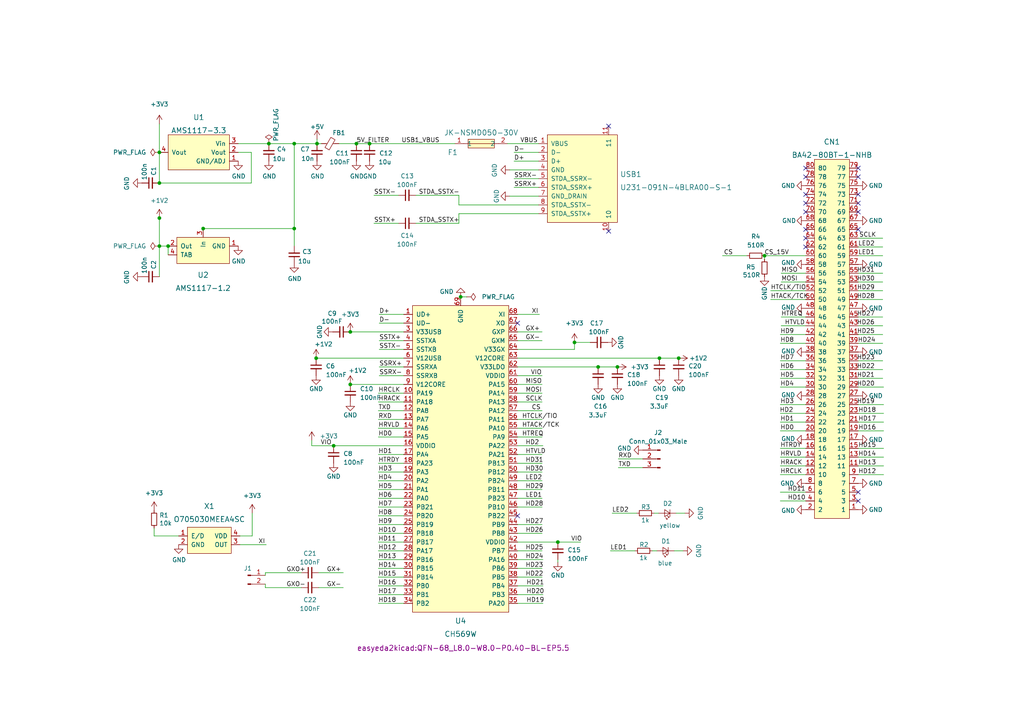
<source format=kicad_sch>
(kicad_sch (version 20211123) (generator eeschema)
  (paper "A4")
  (title_block (title "USB3 Superspeed FPGA Board") (rev "rev1") (company "Hans Baier"))
  (junction (at 91.694 103.886))
  (junction (at 101.6 111.506))
  (junction (at 77.978 41.656))
  (junction (at 191.262 103.886))
  (junction (at 221.742 74.168))
  (junction (at 46.228 63.246))
  (junction (at 46.228 53.086))
  (junction (at 101.6 96.266))
  (junction (at 46.228 71.374))
  (junction (at 161.798 157.226))
  (junction (at 166.624 99.314))
  (junction (at 196.85 103.886))
  (junction (at 85.344 66.294))
  (junction (at 96.774 129.286))
  (junction (at 133.604 86.106))
  (junction (at 179.07 106.426))
  (junction (at 46.228 44.196))
  (junction (at 58.928 66.294))
  (junction (at 173.482 106.426))
  (junction (at 107.188 41.656))
  (junction (at 48.768 71.374))
  (junction (at 85.344 41.656))
  (junction (at 103.378 41.656))
  (junction (at 91.948 41.656))
  (no_connect (at 233.68 61.468))
  (no_connect (at 248.92 61.468))
  (no_connect (at 248.92 58.928))
  (no_connect (at 248.92 56.388))
  (no_connect (at 248.92 66.548))
  (no_connect (at 233.68 69.088))
  (no_connect (at 233.68 71.628))
  (no_connect (at 233.68 66.548))
  (no_connect (at 248.92 145.288))
  (no_connect (at 248.92 51.308))
  (no_connect (at 150.114 149.606))
  (no_connect (at 150.114 93.726))
  (no_connect (at 176.53 36.576))
  (no_connect (at 248.92 142.748))
  (no_connect (at 176.53 67.056))
  (no_connect (at 248.92 48.768))
  (no_connect (at 233.68 48.768))
  (no_connect (at 233.68 51.308))
  (no_connect (at 233.68 56.388))
  (no_connect (at 233.68 58.928))
  (wire (pts (xy 117.094 147.066) (xy 109.728 147.066)))
  (wire (pts (xy 256.032 69.088) (xy 248.92 69.088)))
  (wire (pts (xy 248.92 109.728) (xy 256.032 109.728)))
  (wire (pts (xy 109.982 108.966) (xy 117.094 108.966)))
  (wire (pts (xy 149.098 51.816) (xy 156.21 51.816)))
  (wire (pts (xy 226.568 81.788) (xy 233.68 81.788)))
  (wire (pts (xy 157.226 111.506) (xy 150.114 111.506)))
  (wire (pts (xy 248.92 74.168) (xy 256.032 74.168)))
  (wire (pts (xy 133.096 59.436) (xy 156.21 59.436)))
  (wire (pts (xy 191.262 103.886) (xy 196.85 103.886)))
  (wire (pts (xy 109.728 119.126) (xy 117.094 119.126)))
  (wire (pts (xy 76.962 169.418) (xy 76.962 170.434)))
  (wire (pts (xy 157.48 129.286) (xy 150.114 129.286)))
  (wire (pts (xy 256.032 107.188) (xy 248.92 107.188)))
  (wire (pts (xy 150.114 106.426) (xy 173.482 106.426)))
  (wire (pts (xy 248.92 97.028) (xy 256.032 97.028)))
  (wire (pts (xy 248.92 112.268) (xy 256.286 112.268)))
  (wire (pts (xy 226.314 137.668) (xy 233.68 137.668)))
  (wire (pts (xy 96.774 129.286) (xy 117.094 129.286)))
  (wire (pts (xy 108.458 64.77) (xy 115.57 64.77)))
  (wire (pts (xy 157.226 134.366) (xy 150.114 134.366)))
  (wire (pts (xy 76.962 166.116) (xy 87.376 166.116)))
  (wire (pts (xy 46.228 63.246) (xy 46.228 71.374)))
  (wire (pts (xy 76.962 166.116) (xy 76.962 166.878)))
  (wire (pts (xy 248.92 91.948) (xy 256.032 91.948)))
  (wire (pts (xy 91.948 40.386) (xy 91.948 41.656)))
  (wire (pts (xy 72.898 44.196) (xy 72.898 53.086)))
  (wire (pts (xy 69.088 41.656) (xy 77.978 41.656)))
  (wire (pts (xy 109.982 101.346) (xy 117.094 101.346)))
  (wire (pts (xy 77.978 41.656) (xy 85.344 41.656)))
  (wire (pts (xy 91.694 103.886) (xy 117.094 103.886)))
  (wire (pts (xy 256.286 132.588) (xy 248.92 132.588)))
  (wire (pts (xy 256.286 122.428) (xy 248.92 122.428)))
  (wire (pts (xy 147.828 49.276) (xy 156.21 49.276)))
  (wire (pts (xy 150.114 103.886) (xy 191.262 103.886)))
  (wire (pts (xy 117.094 169.926) (xy 109.728 169.926)))
  (wire (pts (xy 117.094 144.526) (xy 109.728 144.526)))
  (wire (pts (xy 109.728 124.206) (xy 117.094 124.206)))
  (wire (pts (xy 157.226 114.046) (xy 150.114 114.046)))
  (wire (pts (xy 58.674 66.294) (xy 58.928 66.294)))
  (wire (pts (xy 226.568 79.248) (xy 233.68 79.248)))
  (wire (pts (xy 157.226 121.666) (xy 150.114 121.666)))
  (wire (pts (xy 117.094 131.826) (xy 109.728 131.826)))
  (wire (pts (xy 109.982 98.806) (xy 117.094 98.806)))
  (wire (pts (xy 157.226 96.266) (xy 150.114 96.266)))
  (wire (pts (xy 72.898 53.086) (xy 46.228 53.086)))
  (wire (pts (xy 73.152 148.844) (xy 73.152 155.448)))
  (wire (pts (xy 221.742 74.168) (xy 221.742 75.184)))
  (wire (pts (xy 157.226 124.206) (xy 150.114 124.206)))
  (wire (pts (xy 256.286 119.888) (xy 248.92 119.888)))
  (wire (pts (xy 256.032 99.568) (xy 248.92 99.568)))
  (wire (pts (xy 150.114 154.686) (xy 157.226 154.686)))
  (wire (pts (xy 226.314 135.128) (xy 233.68 135.128)))
  (wire (pts (xy 179.324 133.096) (xy 186.436 133.096)))
  (wire (pts (xy 173.482 106.426) (xy 179.07 106.426)))
  (wire (pts (xy 46.228 71.374) (xy 46.228 80.264)))
  (wire (pts (xy 248.92 104.648) (xy 256.032 104.648)))
  (wire (pts (xy 233.68 99.568) (xy 226.314 99.568)))
  (wire (pts (xy 117.094 152.146) (xy 109.728 152.146)))
  (wire (pts (xy 73.152 155.448) (xy 69.596 155.448)))
  (wire (pts (xy 166.624 99.314) (xy 166.624 101.346)))
  (wire (pts (xy 226.314 132.588) (xy 233.68 132.588)))
  (wire (pts (xy 44.704 155.448) (xy 44.704 153.162)))
  (wire (pts (xy 99.568 170.434) (xy 92.456 170.434)))
  (wire (pts (xy 161.798 162.306) (xy 161.798 163.068)))
  (wire (pts (xy 190.5 159.766) (xy 189.23 159.766)))
  (wire (pts (xy 133.096 61.976) (xy 133.096 64.77)))
  (wire (pts (xy 157.226 126.746) (xy 150.114 126.746)))
  (wire (pts (xy 117.094 157.226) (xy 109.728 157.226)))
  (wire (pts (xy 196.088 148.844) (xy 198.628 148.844)))
  (wire (pts (xy 248.92 84.328) (xy 256.032 84.328)))
  (wire (pts (xy 46.228 71.374) (xy 48.768 71.374)))
  (wire (pts (xy 221.742 74.168) (xy 233.68 74.168)))
  (wire (pts (xy 48.768 71.374) (xy 48.768 73.914)))
  (wire (pts (xy 149.098 54.356) (xy 156.21 54.356)))
  (wire (pts (xy 51.816 155.448) (xy 44.704 155.448)))
  (wire (pts (xy 226.314 124.968) (xy 233.68 124.968)))
  (wire (pts (xy 69.596 157.988) (xy 77.216 157.988)))
  (wire (pts (xy 226.314 130.048) (xy 233.68 130.048)))
  (wire (pts (xy 157.48 169.926) (xy 150.114 169.926)))
  (wire (pts (xy 117.094 141.986) (xy 109.728 141.986)))
  (wire (pts (xy 256.286 135.128) (xy 248.92 135.128)))
  (wire (pts (xy 195.58 159.766) (xy 198.12 159.766)))
  (wire (pts (xy 150.114 167.386) (xy 157.226 167.386)))
  (wire (pts (xy 157.48 175.006) (xy 150.114 175.006)))
  (wire (pts (xy 117.094 167.386) (xy 109.728 167.386)))
  (wire (pts (xy 150.114 162.306) (xy 157.48 162.306)))
  (wire (pts (xy 103.378 41.656) (xy 107.188 41.656)))
  (wire (pts (xy 179.324 135.636) (xy 186.436 135.636)))
  (wire (pts (xy 209.55 74.168) (xy 216.662 74.168)))
  (wire (pts (xy 248.92 81.788) (xy 256.032 81.788)))
  (wire (pts (xy 69.088 44.196) (xy 72.898 44.196)))
  (wire (pts (xy 109.982 91.186) (xy 117.094 91.186)))
  (wire (pts (xy 99.568 166.116) (xy 92.456 166.116)))
  (wire (pts (xy 117.094 175.006) (xy 109.728 175.006)))
  (wire (pts (xy 85.344 71.374) (xy 85.344 66.294)))
  (wire (pts (xy 233.68 97.028) (xy 226.314 97.028)))
  (wire (pts (xy 157.226 119.126) (xy 150.114 119.126)))
  (wire (pts (xy 233.68 94.488) (xy 226.568 94.488)))
  (wire (pts (xy 150.114 91.186) (xy 156.464 91.186)))
  (wire (pts (xy 117.094 159.766) (xy 109.728 159.766)))
  (wire (pts (xy 256.032 94.488) (xy 248.92 94.488)))
  (wire (pts (xy 248.92 79.248) (xy 256.032 79.248)))
  (wire (pts (xy 101.6 96.266) (xy 117.094 96.266)))
  (wire (pts (xy 157.226 144.526) (xy 150.114 144.526)))
  (wire (pts (xy 109.728 116.586) (xy 117.094 116.586)))
  (wire (pts (xy 90.424 129.286) (xy 90.424 127.762)))
  (wire (pts (xy 226.314 145.288) (xy 233.68 145.288)))
  (wire (pts (xy 177.546 148.844) (xy 184.658 148.844)))
  (wire (pts (xy 233.68 109.728) (xy 226.314 109.728)))
  (wire (pts (xy 109.982 106.426) (xy 117.094 106.426)))
  (wire (pts (xy 161.798 157.226) (xy 168.402 157.226)))
  (wire (pts (xy 157.226 98.806) (xy 150.114 98.806)))
  (wire (pts (xy 90.424 129.286) (xy 96.774 129.286)))
  (wire (pts (xy 117.094 139.446) (xy 109.728 139.446)))
  (wire (pts (xy 133.604 86.106) (xy 135.382 86.106)))
  (wire (pts (xy 117.094 154.686) (xy 109.728 154.686)))
  (wire (pts (xy 166.624 99.314) (xy 171.196 99.314)))
  (wire (pts (xy 233.68 112.268) (xy 226.314 112.268)))
  (wire (pts (xy 46.228 35.941) (xy 46.228 44.196)))
  (wire (pts (xy 120.65 64.77) (xy 133.096 64.77)))
  (wire (pts (xy 149.098 46.736) (xy 156.21 46.736)))
  (wire (pts (xy 147.193 41.656) (xy 156.21 41.656)))
  (wire (pts (xy 85.344 66.294) (xy 85.344 41.656)))
  (wire (pts (xy 223.52 84.328) (xy 233.68 84.328)))
  (wire (pts (xy 157.226 159.766) (xy 150.114 159.766)))
  (wire (pts (xy 150.114 101.346) (xy 166.624 101.346)))
  (wire (pts (xy 248.92 71.628) (xy 256.032 71.628)))
  (wire (pts (xy 226.314 119.888) (xy 233.68 119.888)))
  (wire (pts (xy 117.094 164.846) (xy 109.728 164.846)))
  (wire (pts (xy 191.008 148.844) (xy 189.738 148.844)))
  (wire (pts (xy 46.228 53.086) (xy 46.228 44.196)))
  (wire (pts (xy 91.948 41.656) (xy 93.218 41.656)))
  (wire (pts (xy 150.114 108.966) (xy 157.226 108.966)))
  (wire (pts (xy 157.226 152.146) (xy 150.114 152.146)))
  (wire (pts (xy 147.828 56.896) (xy 156.21 56.896)))
  (wire (pts (xy 76.962 170.434) (xy 87.376 170.434)))
  (wire (pts (xy 109.728 114.046) (xy 117.094 114.046)))
  (wire (pts (xy 85.344 41.656) (xy 91.948 41.656)))
  (wire (pts (xy 256.286 137.668) (xy 248.92 137.668)))
  (wire (pts (xy 248.92 117.348) (xy 256.286 117.348)))
  (wire (pts (xy 120.65 56.642) (xy 133.096 56.642)))
  (wire (pts (xy 117.094 136.906) (xy 109.728 136.906)))
  (wire (pts (xy 108.458 56.642) (xy 115.57 56.642)))
  (wire (pts (xy 58.928 66.294) (xy 85.344 66.294)))
  (wire (pts (xy 107.188 41.656) (xy 131.953 41.656)))
  (wire (pts (xy 233.68 117.348) (xy 226.314 117.348)))
  (wire (pts (xy 117.094 162.306) (xy 109.728 162.306)))
  (wire (pts (xy 157.226 131.826) (xy 150.114 131.826)))
  (wire (pts (xy 233.68 122.428) (xy 226.314 122.428)))
  (wire (pts (xy 149.098 44.196) (xy 156.21 44.196)))
  (wire (pts (xy 157.226 164.846) (xy 150.114 164.846)))
  (wire (pts (xy 256.286 130.048) (xy 248.92 130.048)))
  (wire (pts (xy 233.68 107.188) (xy 226.314 107.188)))
  (wire (pts (xy 256.286 124.968) (xy 248.92 124.968)))
  (wire (pts (xy 157.226 147.066) (xy 150.114 147.066)))
  (wire (pts (xy 109.982 93.726) (xy 117.094 93.726)))
  (wire (pts (xy 157.48 172.466) (xy 150.114 172.466)))
  (wire (pts (xy 157.226 116.586) (xy 150.114 116.586)))
  (wire (pts (xy 133.096 56.642) (xy 133.096 59.436)))
  (wire (pts (xy 223.52 86.868) (xy 233.68 86.868)))
  (wire (pts (xy 109.728 126.746) (xy 117.094 126.746)))
  (wire (pts (xy 117.094 172.466) (xy 109.728 172.466)))
  (wire (pts (xy 233.68 104.648) (xy 226.314 104.648)))
  (wire (pts (xy 157.226 136.906) (xy 150.114 136.906)))
  (wire (pts (xy 157.226 139.446) (xy 150.114 139.446)))
  (wire (pts (xy 226.314 142.748) (xy 233.68 142.748)))
  (wire (pts (xy 177.038 159.766) (xy 184.15 159.766)))
  (wire (pts (xy 98.298 41.656) (xy 103.378 41.656)))
  (wire (pts (xy 233.68 91.948) (xy 226.568 91.948)))
  (wire (pts (xy 157.226 141.986) (xy 150.114 141.986)))
  (wire (pts (xy 46.228 63.119) (xy 46.228 63.246)))
  (wire (pts (xy 117.094 149.606) (xy 109.728 149.606)))
  (wire (pts (xy 109.728 134.366) (xy 117.094 134.366)))
  (wire (pts (xy 109.728 121.666) (xy 117.094 121.666)))
  (wire (pts (xy 150.114 157.226) (xy 161.798 157.226)))
  (wire (pts (xy 101.6 111.506) (xy 117.094 111.506)))
  (wire (pts (xy 248.92 86.868) (xy 256.032 86.868)))
  (wire (pts (xy 133.096 61.976) (xy 156.21 61.976)))
  (label "HD10" (at 233.68 145.288 180))
  (label "HD12" (at 248.92 137.668 0))
  (label "HD12" (at 109.728 159.766 0))
  (label "SCLK" (at 152.4 116.586 0))
  (label "RXD" (at 109.728 121.666 0))
  (label "HD21" (at 253.746 109.728 180))
  (label "HD8" (at 109.728 149.606 0))
  (label "SSTX-" (at 108.458 56.642 0))
  (label "HD28" (at 253.746 86.868 180))
  (label "CS" (at 154.178 119.126 0))
  (label "HD5" (at 226.314 109.728 0))
  (label "STDA_SSTX-" (at 121.412 56.642 0))
  (label "VBUS" (at 150.876 41.656 0))
  (label "HD11" (at 109.728 157.226 0))
  (label "HTCLK{slash}TIO" (at 223.52 84.328 0))
  (label "HTREQ" (at 226.568 91.948 0))
  (label "GX+" (at 94.742 166.116 0))
  (label "GX-" (at 152.4 98.806 0))
  (label "SSRX+" (at 109.982 106.426 0))
  (label "HTVLD" (at 152.4 131.826 0))
  (label "HD18" (at 109.728 175.006 0))
  (label "RXD" (at 179.324 133.096 0))
  (label "STDA_SSTX+" (at 121.412 64.77 0))
  (label "HD16" (at 248.92 124.968 0))
  (label "MISO" (at 231.394 79.248 180))
  (label "HD23" (at 152.4 164.846 0))
  (label "XI" (at 74.93 157.988 0))
  (label "HD29" (at 152.4 141.986 0))
  (label "HD18" (at 248.92 119.888 0))
  (label "HTRDY" (at 226.314 130.048 0))
  (label "HD24" (at 253.9843 99.568 180))
  (label "HTACK{slash}TCK" (at 223.52 86.868 0))
  (label "HD7" (at 226.314 104.648 0))
  (label "LED1" (at 181.864 159.766 180))
  (label "HD19" (at 253.746 117.348 180))
  (label "HRVLD" (at 226.314 132.588 0))
  (label "HD2" (at 152.4 129.286 0))
  (label "MOSI" (at 152.4 114.046 0))
  (label "LED2" (at 182.372 148.844 180))
  (label "HD15" (at 109.728 167.386 0))
  (label "HD30" (at 253.746 81.788 180))
  (label "HD13" (at 248.92 135.128 0))
  (label "XI" (at 154.178 91.186 0))
  (label "HD6" (at 109.728 144.526 0))
  (label "GXO-" (at 83.058 170.434 0))
  (label "HTCLK{slash}TIO" (at 151.384 121.666 0))
  (label "SSTX+" (at 109.982 98.806 0))
  (label "HD2" (at 230.124 119.888 180))
  (label "HD4" (at 226.314 112.268 0))
  (label "HD25" (at 152.4 159.766 0))
  (label "VIO" (at 92.964 129.286 0))
  (label "HTVLD" (at 227.584 94.488 0))
  (label "LED2" (at 152.4 139.446 0))
  (label "VIO" (at 165.608 157.226 0))
  (label "HD29" (at 253.746 84.328 180))
  (label "CS_15V" (at 228.854 74.168 180))
  (label "TXD" (at 109.728 119.126 0))
  (label "USB1_VBUS" (at 127.508 41.656 180))
  (label "HD19" (at 152.654 175.006 0))
  (label "D+" (at 109.982 91.186 0))
  (label "HD1" (at 109.728 131.826 0))
  (label "HRACK" (at 226.314 135.128 0))
  (label "HD27" (at 253.746 91.948 180))
  (label "HD15" (at 248.92 130.048 0))
  (label "HTRDY" (at 109.728 134.366 0))
  (label "HD8" (at 226.314 99.568 0))
  (label "D-" (at 149.098 44.196 0))
  (label "HD16" (at 109.728 169.926 0))
  (label "SCLK" (at 249.174 69.088 0))
  (label "HD22" (at 253.746 107.188 180))
  (label "HD24" (at 152.4157 162.306 0))
  (label "HD17" (at 248.92 122.428 0))
  (label "HTREQ" (at 151.384 126.746 0))
  (label "HD3" (at 109.728 136.906 0))
  (label "HD22" (at 152.4 167.386 0))
  (label "HRCLK" (at 226.314 137.668 0))
  (label "5V_FILTER" (at 103.378 41.656 0))
  (label "HTACK{slash}TCK" (at 151.384 124.206 0))
  (label "MISO" (at 152.4 111.506 0))
  (label "HD4" (at 109.728 139.446 0))
  (label "D-" (at 109.982 93.726 0))
  (label "HD26" (at 253.7303 94.488 180))
  (label "HD6" (at 226.314 107.188 0))
  (label "LED2" (at 253.746 71.628 180))
  (label "HD28" (at 152.4 147.066 0))
  (label "HD30" (at 152.4 136.906 0))
  (label "HD1" (at 226.314 122.428 0))
  (label "GX-" (at 94.742 170.434 0))
  (label "HD5" (at 109.728 141.986 0))
  (label "CS" (at 212.598 74.168 180))
  (label "HD9" (at 226.314 97.028 0))
  (label "SSRX-" (at 149.098 51.816 0))
  (label "HD31" (at 152.4 134.366 0))
  (label "LED1" (at 152.4 144.526 0))
  (label "HD7" (at 109.728 147.066 0))
  (label "HD0" (at 109.728 126.746 0))
  (label "SSRX+" (at 149.098 54.356 0))
  (label "MOSI" (at 231.394 81.788 180))
  (label "GXO+" (at 83.058 166.116 0))
  (label "LED1" (at 253.746 74.168 180))
  (label "HD17" (at 109.728 172.466 0))
  (label "HD26" (at 152.4157 154.686 0))
  (label "HD11" (at 233.68 142.748 180))
  (label "SSRX-" (at 109.982 108.966 0))
  (label "HD31" (at 253.746 79.248 180))
  (label "HD9" (at 109.728 152.146 0))
  (label "SSTX+" (at 108.458 64.77 0))
  (label "HRCLK" (at 109.728 114.046 0))
  (label "GX+" (at 152.4 96.266 0))
  (label "HD3" (at 226.314 117.348 0))
  (label "HD23" (at 253.746 104.648 180))
  (label "TXD" (at 179.324 135.636 0))
  (label "HD27" (at 152.4 152.146 0))
  (label "HD25" (at 253.746 97.028 180))
  (label "HRVLD" (at 109.728 124.206 0))
  (label "D+" (at 149.098 46.736 0))
  (label "HD14" (at 248.92 132.588 0))
  (label "HRACK" (at 109.728 116.586 0))
  (label "SSTX-" (at 109.982 101.346 0))
  (label "HD10" (at 109.728 154.686 0))
  (label "HD14" (at 109.728 164.846 0))
  (label "HD20" (at 253.746 112.268 180))
  (label "HD21" (at 152.654 169.926 0))
  (label "HD0" (at 226.314 124.968 0))
  (label "HD13" (at 109.728 162.306 0))
  (label "HD20" (at 152.654 172.466 0))
  (label "VIO" (at 153.924 108.966 0))
  (symbol (lib_id "power:GND") (at 173.482 111.506 0) (unit 1)
    (property "Reference" "#PWR032" (effects hide))
    (property "Value" "GND" (at 173.482 115.316 0))
  )
  (symbol (lib_id "jlcpcb-basic-mlcc-0805:2.2uF") (at 173.482 108.966 0) (unit 1)
    (property "Reference" "C16" (at 172.212 117.856 0) (effects (justify left)))
    (property "Value" "3.3uF" (at 170.688 120.396 0) (effects (justify left)))
    (property "Footprint" "Capacitor_SMD:C_0603_1608Metric" (effects hide))
    (property "LCSC" "C51412" (effects hide))
  )
  (symbol (lib_id "power:PWR_FLAG") (at 46.228 71.374 90) (unit 1)
    (property "Reference" "#FLG02" (effects hide))
    (property "Value" "PWR_FLAG" (at 42.418 71.3739 90) (effects (justify left)))
  )
  (symbol (lib_id "easyeda2kicad:BA42-80BT-1-NHB") (at 241.3 98.298 180) (unit 1)
    (property "Reference" "CN1" (at 241.3 41.148 0) (effects (font (size 1.524 1.524))))
    (property "Value" "BA42-80BT-1-NHB" (at 241.3 44.958 0) (effects (font (size 1.524 1.524))))
    (property "Footprint" "easyeda2kicad:CONN-SMD_BA42-80BT-1-NHB" (effects hide))
    (property "Datasheet" "https://lcsc.com/product-detail/Mezzanine-Connectors-Board-to-Board_STWXE-BA42-80BT-1-NHB_C508676.html" (effects hide))
    (property "Manufacturer" "STWXE" (effects hide))
    (property "LCSC Part" "C508676" (effects hide))
    (property "JLC Part" "Extended Part" (effects hide))
  )
  (symbol (lib_id "power:+3V3") (at 90.424 127.762 0) (mirror y) (unit 1)
    (property "Reference" "#PWR?" (effects hide))
    (property "Value" "+3V3" (at 92.71 126.4919 0) (effects (justify right)))
  )
  (symbol (lib_id "power:GND") (at 96.774 134.366 0) (unit 1)
    (property "Reference" "#PWR021" (effects hide))
    (property "Value" "GND" (at 96.774 138.176 0))
  )
  (symbol (lib_id "power:GND") (at 221.742 80.264 0) (unit 1)
    (property "Reference" "#PWR04" (effects hide))
    (property "Value" "GND" (at 221.742 85.09 90))
  )
  (symbol (lib_id "power:GND") (at 147.828 49.276 270) (unit 1)
    (property "Reference" "#PWR028" (effects hide))
    (property "Value" "GND" (at 143.4338 49.403 0))
  )
  (symbol (lib_id "jlcpcb-basic-mlcc-0402:100nF") (at 91.694 106.426 0) (unit 1)
    (property "Reference" "C6" (at 94.488 106.172 0) (effects (justify left)))
    (property "Value" "100nF" (at 94.488 108.712 0) (effects (justify left)))
    (property "Footprint" "Capacitor_SMD:C_0805_2012Metric" (effects hide))
    (property "Datasheet" "https://datasheet.lcsc.com/szlcsc/Samsung-Electro-Mechanics-CL05B104KO5NNNC_C1525.pdf" (effects hide))
    (property "LCSC" "C49678" (effects hide))
  )
  (symbol (lib_id "power:GND") (at 233.68 64.008 270) (unit 1)
    (property "Reference" "#PWR043" (effects hide))
    (property "Value" "GND" (at 228.854 64.008 90))
  )
  (symbol (lib_id "power:PWR_FLAG") (at 77.978 41.656 0) (unit 1)
    (property "Reference" "#FLG03" (effects hide))
    (property "Value" "PWR_FLAG" (at 80.039 41.021 90) (effects (justify left)))
  )
  (symbol (lib_id "Device:LED_Small") (at 193.548 148.844 180) (unit 1)
    (property "Reference" "D2" (at 192.278 146.05 0) (effects (justify right)))
    (property "Value" "yellow" (at 191.262 152.4 0) (effects (justify right)))
    (property "Footprint" "LED_SMD:LED_0603_1608Metric" (effects hide))
    (property "LCSC" "C72038" (effects hide))
  )
  (symbol (lib_id "power:GND") (at 96.52 96.266 270) (unit 1)
    (property "Reference" "#PWR020" (effects hide))
    (property "Value" "GND" (at 92.71 96.266 0))
  )
  (symbol (lib_id "Device:R_Small") (at 186.69 159.766 270) (unit 1)
    (property "Reference" "R2" (at 185.42 157.988 90) (effects (justify left)))
    (property "Value" "1k" (at 185.42 161.798 90) (effects (justify left)))
    (property "Footprint" "Resistor_SMD:R_0603_1608Metric" (effects hide))
    (property "LCSC" "C21190" (effects hide))
  )
  (symbol (lib_id "Device:C_Small") (at 43.688 53.086 90) (unit 1)
    (property "Reference" "C1" (at 44.5873 50.9591 0) (effects (justify left)))
    (property "Value" "100n" (at 41.8771 52.2834 0) (effects (justify left)))
    (property "Footprint" "Capacitor_SMD:C_0805_2012Metric" (effects hide))
    (property "LCSC" "C49678" (effects hide))
  )
  (symbol (lib_id "power:GND") (at 248.92 53.848 90) (unit 1)
    (property "Reference" "#PWR051" (effects hide))
    (property "Value" "GND" (at 254 53.848 90))
  )
  (symbol (lib_id "power:GND") (at 248.92 140.208 90) (unit 1)
    (property "Reference" "#PWR058" (effects hide))
    (property "Value" "GND" (at 254 140.208 90))
  )
  (symbol (lib_id "easyeda2kicad:JK-NSMD050-30V") (at 139.573 41.656 0) (unit 1)
    (property "Reference" "F1" (at 131.318 44.196 0) (effects (font (size 1.524 1.524))))
    (property "Value" "JK-NSMD050-30V" (at 139.573 38.481 0) (effects (font (size 1.524 1.524))))
    (property "Footprint" "easyeda2kicad:F1206" (effects hide))
    (property "Datasheet" "https://lcsc.com/product-detail/PTC-Resettable-Fuses_Jinrui-Electronic-Materials-Co-JK-NSMD050-30V_C720075.html" (effects hide))
    (property "Manufacturer" "Jinrui Electronic Materials Co." (effects hide))
    (property "LCSC Part" "C720075" (effects hide))
    (property "JLC Part" "Extended Part" (effects hide))
  )
  (symbol (lib_id "power:GND") (at 233.68 114.808 270) (unit 1)
    (property "Reference" "#PWR047" (effects hide))
    (property "Value" "GND" (at 228.6 114.554 90))
  )
  (symbol (lib_id "Device:C_Small") (at 91.948 44.196 180) (unit 1)
    (property "Reference" "C7" (at 89.8211 43.2967 0) (effects (justify left)))
    (property "Value" "10n" (at 91.1454 46.0069 0) (effects (justify left)))
    (property "Footprint" "Capacitor_SMD:C_0805_2012Metric" (effects hide))
    (property "LCSC" "C1710" (effects hide))
  )
  (symbol (lib_id "power:GND") (at 233.68 76.708 270) (unit 1)
    (property "Reference" "#PWR044" (effects hide))
    (property "Value" "GND" (at 228.6 76.2 90))
  )
  (symbol (lib_id "Device:C_Small") (at 43.688 80.264 90) (unit 1)
    (property "Reference" "C2" (at 44.5873 78.1371 0) (effects (justify left)))
    (property "Value" "100n" (at 41.8771 79.4614 0) (effects (justify left)))
    (property "Footprint" "Capacitor_SMD:C_0805_2012Metric" (effects hide))
    (property "LCSC" "C49678" (effects hide))
  )
  (symbol (lib_id "power:+5V") (at 91.948 40.386 0) (unit 1)
    (property "Reference" "#PWR018" (effects hide))
    (property "Value" "+5V" (at 91.948 36.7814 0))
  )
  (symbol (lib_id "power:+1V2") (at 46.228 63.246 0) (unit 1)
    (property "Reference" "#PWR07" (effects hide))
    (property "Value" "+1V2" (at 46.228 58.166 0))
  )
  (symbol (lib_id "power:GND") (at 248.92 76.708 90) (unit 1)
    (property "Reference" "#PWR053" (effects hide))
    (property "Value" "GND" (at 254 76.708 90))
  )
  (symbol (lib_id "power:GND") (at 91.694 108.966 0) (unit 1)
    (property "Reference" "#PWR017" (effects hide))
    (property "Value" "GND" (at 91.694 112.776 0))
  )
  (symbol (lib_id "jlcpcb-basic-mlcc-0402:100nF") (at 118.11 56.642 90) (unit 1)
    (property "Reference" "C13" (at 118.11 51.054 90))
    (property "Value" "100nF" (at 118.11 53.594 90))
    (property "Footprint" "Capacitor_SMD:C_0402_1005Metric" (effects hide))
    (property "Datasheet" "https://datasheet.lcsc.com/szlcsc/Samsung-Electro-Mechanics-CL05B104KO5NNNC_C1525.pdf" (effects hide))
    (property "LCSC" "C1525" (effects hide))
  )
  (symbol (lib_id "power:GND") (at 248.92 114.808 90) (unit 1)
    (property "Reference" "#PWR056" (effects hide))
    (property "Value" "GND" (at 254 114.808 90))
  )
  (symbol (lib_id "power:GND") (at 179.07 111.506 0) (unit 1)
    (property "Reference" "#PWR035" (effects hide))
    (property "Value" "GND" (at 179.07 115.316 0))
  )
  (symbol (lib_id "power:GND") (at 196.85 108.966 0) (unit 1)
    (property "Reference" "#PWR039" (effects hide))
    (property "Value" "GND" (at 196.85 112.776 0))
  )
  (symbol (lib_id "power:GND") (at 248.92 102.108 90) (unit 1)
    (property "Reference" "#PWR055" (effects hide))
    (property "Value" "GND" (at 254 102.108 90))
  )
  (symbol (lib_id "power:PWR_FLAG") (at 135.382 86.106 270) (unit 1)
    (property "Reference" "#FLG04" (effects hide))
    (property "Value" "PWR_FLAG" (at 139.7 86.1059 90) (effects (justify left)))
  )
  (symbol (lib_id "jlcpcb-basic-mlcc-0402:100nF") (at 99.06 96.266 270) (unit 1)
    (property "Reference" "C9" (at 94.996 90.932 90) (effects (justify left)))
    (property "Value" "100nF" (at 93.218 93.218 90) (effects (justify left)))
    (property "Footprint" "Capacitor_SMD:C_0805_2012Metric" (effects hide))
    (property "Datasheet" "https://datasheet.lcsc.com/szlcsc/Samsung-Electro-Mechanics-CL05B104KO5NNNC_C1525.pdf" (effects hide))
    (property "LCSC" "C49678" (effects hide))
  )
  (symbol (lib_id "power:GND") (at 161.798 163.068 0) (unit 1)
    (property "Reference" "#PWR030" (effects hide))
    (property "Value" "GND" (at 161.798 166.878 0))
  )
  (symbol (lib_id "power:+3V3") (at 73.152 148.844 0) (unit 1)
    (property "Reference" "#PWR011" (effects hide))
    (property "Value" "+3V3" (at 73.152 143.764 0))
  )
  (symbol (lib_id "power:GND") (at 69.088 46.736 0) (unit 1)
    (property "Reference" "#PWR010" (effects hide))
    (property "Value" "GND" (at 69.215 51.1302 0))
  )
  (symbol (lib_id "jlcpcb-basic-mlcc-0402:100nF") (at 89.916 170.434 90) (unit 1)
    (property "Reference" "C22" (at 89.916 173.99 90))
    (property "Value" "100nF" (at 89.916 176.53 90))
    (property "Footprint" "Capacitor_SMD:C_0402_1005Metric" (effects hide))
    (property "Datasheet" "https://datasheet.lcsc.com/szlcsc/Samsung-Electro-Mechanics-CL05B104KO5NNNC_C1525.pdf" (effects hide))
    (property "LCSC" "C1525" (effects hide))
  )
  (symbol (lib_id "Device:C_Small") (at 77.978 44.196 180) (unit 1)
    (property "Reference" "C4" (at 80.3022 43.2875 0) (effects (justify right)))
    (property "Value" "10u" (at 79.0322 46.0626 0) (effects (justify right)))
    (property "Footprint" "Capacitor_SMD:C_0805_2012Metric" (effects hide))
    (property "LCSC" "C15850" (effects hide))
  )
  (symbol (lib_id "jlcpcb-basic-mlcc-0402:100nF") (at 118.11 64.77 90) (unit 1)
    (property "Reference" "C14" (at 118.11 68.326 90))
    (property "Value" "100nF" (at 118.11 70.866 90))
    (property "Footprint" "Capacitor_SMD:C_0402_1005Metric" (effects hide))
    (property "Datasheet" "https://datasheet.lcsc.com/szlcsc/Samsung-Electro-Mechanics-CL05B104KO5NNNC_C1525.pdf" (effects hide))
    (property "LCSC" "C1525" (effects hide))
  )
  (symbol (lib_id "power:GND") (at 233.68 140.208 270) (unit 1)
    (property "Reference" "#PWR049" (effects hide))
    (property "Value" "GND" (at 228.346 140.208 90))
  )
  (symbol (lib_id "power:GND") (at 248.92 64.008 90) (unit 1)
    (property "Reference" "#PWR052" (effects hide))
    (property "Value" "GND" (at 254 64.008 90))
  )
  (symbol (lib_id "Device:LED_Small") (at 193.04 159.766 180) (unit 1)
    (property "Reference" "D1" (at 191.77 156.972 0) (effects (justify right)))
    (property "Value" "blue" (at 190.754 163.322 0) (effects (justify right)))
    (property "Footprint" "LED_SMD:LED_0603_1608Metric" (effects hide))
    (property "LCSC" "C72041" (effects hide))
  )
  (symbol (lib_id "jlcpcb-basic-mlcc-0805:100nF") (at 103.378 44.196 0) (unit 1)
    (property "Reference" "C11" (at 97.282 44.45 0) (effects (justify left)))
    (property "Value" "100nF" (at 95.504 46.99 0) (effects (justify left)))
    (property "Footprint" "Capacitor_SMD:C_0805_2012Metric" (effects hide))
    (property "Datasheet" "https://datasheet.lcsc.com/szlcsc/YAGEO-CC0805KRX7R9BB104_C49678.pdf" (effects hide))
    (property "LCSC" "C49678" (effects hide))
  )
  (symbol (lib_id "jlcpcb-basic-mlcc-0402:100nF") (at 96.774 131.826 0) (unit 1)
    (property "Reference" "C8" (at 99.568 131.572 0) (effects (justify left)))
    (property "Value" "100nF" (at 99.568 134.112 0) (effects (justify left)))
    (property "Footprint" "Capacitor_SMD:C_0805_2012Metric" (effects hide))
    (property "Datasheet" "https://datasheet.lcsc.com/szlcsc/Samsung-Electro-Mechanics-CL05B104KO5NNNC_C1525.pdf" (effects hide))
    (property "LCSC" "C49678" (effects hide))
  )
  (symbol (lib_id "power:GND") (at 103.378 46.736 0) (unit 1)
    (property "Reference" "#PWR025" (effects hide))
    (property "Value" "GND" (at 103.505 51.1302 0))
  )
  (symbol (lib_id "power:GND") (at 248.92 147.828 90) (unit 1)
    (property "Reference" "#PWR059" (effects hide))
    (property "Value" "GND" (at 254 147.828 90))
  )
  (symbol (lib_id "power:GND") (at 233.68 127.508 270) (unit 1)
    (property "Reference" "#PWR048" (effects hide))
    (property "Value" "GND" (at 228.6 127.254 90))
  )
  (symbol (lib_id "Device:C_Small") (at 85.344 73.914 180) (unit 1)
    (property "Reference" "C3" (at 87.6682 73.0055 0) (effects (justify right)))
    (property "Value" "10u" (at 86.3982 75.7806 0) (effects (justify right)))
    (property "Footprint" "Capacitor_SMD:C_0805_2012Metric" (effects hide))
    (property "LCSC" "C15850" (effects hide))
  )
  (symbol (lib_id "power:GND") (at 233.68 89.408 270) (unit 1)
    (property "Reference" "#PWR045" (effects hide))
    (property "Value" "GND" (at 228.6 89.154 90))
  )
  (symbol (lib_id "easyeda2kicad:U231-091N-4BLRA00-S-1") (at 168.91 51.816 0) (unit 1)
    (property "Reference" "USB1" (at 179.832 50.546 0) (effects (font (size 1.524 1.524)) (justify left)))
    (property "Value" "U231-091N-4BLRA00-S-1" (at 179.832 54.356 0) (effects (font (size 1.524 1.524)) (justify left)))
    (property "Footprint" "easyeda2kicad:USB-A-SMD_U231-091N-4BLRA00-S-1" (effects hide))
    (property "Manufacturer" "XKB Connectivity(中国星坤)" (effects hide))
    (property "LCSC Part" "C381140" (effects hide))
    (property "JLC Part" "Extended Part" (effects hide))
  )
  (symbol (lib_id "power:PWR_FLAG") (at 46.228 44.196 90) (unit 1)
    (property "Reference" "#FLG01" (effects hide))
    (property "Value" "PWR_FLAG" (at 42.418 44.1959 90) (effects (justify left)))
  )
  (symbol (lib_id "Device:R_Small") (at 187.198 148.844 270) (unit 1)
    (property "Reference" "R3" (at 185.928 147.066 90) (effects (justify left)))
    (property "Value" "1k" (at 185.928 150.876 90) (effects (justify left)))
    (property "Footprint" "Resistor_SMD:R_0603_1608Metric" (effects hide))
    (property "LCSC" "C21190" (effects hide))
  )
  (symbol (lib_id "power:+3V3") (at 166.624 99.314 0) (unit 1)
    (property "Reference" "#PWR031" (effects hide))
    (property "Value" "+3V3" (at 166.624 93.726 0))
  )
  (symbol (lib_id "power:GND") (at 198.12 159.766 90) (unit 1)
    (property "Reference" "#PWR040" (effects hide))
    (property "Value" "GND" (at 202.6826 159.766 0))
  )
  (symbol (lib_id "power:+3V3") (at 179.07 106.426 270) (unit 1)
    (property "Reference" "#PWR034" (effects hide))
    (property "Value" "+3V3" (at 182.88 106.4259 90) (effects (justify left)))
  )
  (symbol (lib_id "power:GND") (at 85.344 76.454 0) (unit 1)
    (property "Reference" "#PWR013" (effects hide))
    (property "Value" "GND" (at 85.471 80.8482 0))
  )
  (symbol (lib_id "power:+1V2") (at 101.6 111.506 0) (unit 1)
    (property "Reference" "#PWR023" (effects hide))
    (property "Value" "+1V2" (at 101.092 107.442 0) (effects (justify left)))
  )
  (symbol (lib_id "power:GND") (at 248.92 89.408 90) (unit 1)
    (property "Reference" "#PWR054" (effects hide))
    (property "Value" "GND" (at 254 89.408 90))
  )
  (symbol (lib_id "jlcpcb-basic-mlcc-0805:2.2uF") (at 191.262 106.426 0) (unit 1)
    (property "Reference" "C19" (at 189.992 115.316 0) (effects (justify left)))
    (property "Value" "3.3uF" (at 188.468 117.856 0) (effects (justify left)))
    (property "Footprint" "Capacitor_SMD:C_0603_1608Metric" (effects hide))
    (property "LCSC" "C51412" (effects hide))
  )
  (symbol (lib_id "jlcpcb-basic-mlcc-0402:100nF") (at 196.85 106.426 0) (unit 1)
    (property "Reference" "C20" (at 199.644 106.172 0) (effects (justify left)))
    (property "Value" "100nF" (at 199.644 108.712 0) (effects (justify left)))
    (property "Footprint" "Capacitor_SMD:C_0805_2012Metric" (effects hide))
    (property "Datasheet" "https://datasheet.lcsc.com/szlcsc/Samsung-Electro-Mechanics-CL05B104KO5NNNC_C1525.pdf" (effects hide))
    (property "LCSC" "C49678" (effects hide))
  )
  (symbol (lib_id "power:GND") (at 91.948 46.736 0) (unit 1)
    (property "Reference" "#PWR019" (effects hide))
    (property "Value" "GND" (at 92.075 51.1302 0))
  )
  (symbol (lib_id "jlcpcb-basic-mlcc-0402:100nF") (at 161.798 159.766 0) (unit 1)
    (property "Reference" "C15" (at 164.592 159.512 0) (effects (justify left)))
    (property "Value" "100nF" (at 164.592 162.052 0) (effects (justify left)))
    (property "Footprint" "Capacitor_SMD:C_0603_1608Metric" (effects hide))
    (property "Datasheet" "https://datasheet.lcsc.com/szlcsc/YAGEO-CC0603KRX7R9BB104_C14663.pdf" (effects hide))
    (property "LCSC" "C14663" (effects hide))
  )
  (symbol (lib_id "power:GND") (at 107.188 46.736 0) (unit 1)
    (property "Reference" "#PWR026" (effects hide))
    (property "Value" "GND" (at 107.315 51.1302 0))
  )
  (symbol (lib_id "power:GND") (at 133.604 86.106 180) (unit 1)
    (property "Reference" "#PWR027" (effects hide))
    (property "Value" "GND" (at 129.54 84.582 0))
  )
  (symbol (lib_id "power:GND") (at 51.816 157.988 0) (unit 1)
    (property "Reference" "#PWR08" (effects hide))
    (property "Value" "GND" (at 51.943 162.3822 0))
  )
  (symbol (lib_id "power:GND") (at 233.68 102.108 270) (unit 1)
    (property "Reference" "#PWR046" (effects hide))
    (property "Value" "GND" (at 228.6 101.854 90))
  )
  (symbol (lib_id "power:+3V3") (at 101.6 96.266 0) (unit 1)
    (property "Reference" "#PWR022" (effects hide))
    (property "Value" "+3V3" (at 101.6 91.186 0))
  )
  (symbol (lib_id "power:GND") (at 198.628 148.844 90) (unit 1)
    (property "Reference" "#PWR041" (effects hide))
    (property "Value" "GND" (at 203.1906 148.844 0))
  )
  (symbol (lib_id "Device:Ferrite_Bead_Small") (at 95.758 41.656 90) (unit 1)
    (property "Reference" "FB1" (at 98.298 38.5276 90))
    (property "Value" "2A" (effects hide))
    (property "Footprint" "Inductor_SMD:L_1206_3216Metric" (effects hide))
    (property "LCSC" "C73732" (effects hide))
  )
  (symbol (lib_id "jlcpcb-basic-mlcc-0402:100nF") (at 101.6 114.046 0) (unit 1)
    (property "Reference" "C10" (at 104.394 112.7822 0) (effects (justify left)))
    (property "Value" "100nF" (at 104.394 115.3222 0) (effects (justify left)))
    (property "Footprint" "Capacitor_SMD:C_0805_2012Metric" (effects hide))
    (property "Datasheet" "https://datasheet.lcsc.com/szlcsc/Samsung-Electro-Mechanics-CL05B104KO5NNNC_C1525.pdf" (effects hide))
    (property "LCSC" "C49678" (effects hide))
  )
  (symbol (lib_id "jlcpcb-basic-mlcc-0402:100nF") (at 179.07 108.966 0) (unit 1)
    (property "Reference" "C18" (at 181.864 108.712 0) (effects (justify left)))
    (property "Value" "100nF" (at 181.864 111.252 0) (effects (justify left)))
    (property "Footprint" "Capacitor_SMD:C_0805_2012Metric" (effects hide))
    (property "Datasheet" "https://datasheet.lcsc.com/szlcsc/Samsung-Electro-Mechanics-CL05B104KO5NNNC_C1525.pdf" (effects hide))
    (property "LCSC" "C49678" (effects hide))
  )
  (symbol (lib_id "power:GND") (at 147.828 56.896 270) (unit 1)
    (property "Reference" "#PWR029" (effects hide))
    (property "Value" "GND" (at 144.018 56.896 0))
  )
  (symbol (lib_id "power:GND") (at 176.276 99.314 90) (unit 1)
    (property "Reference" "#PWR033" (effects hide))
    (property "Value" "GND" (at 180.086 99.314 0))
  )
  (symbol (lib_id "power:GND") (at 233.68 147.828 270) (unit 1)
    (property "Reference" "#PWR050" (effects hide))
    (property "Value" "GND" (at 228.6 148.082 90))
  )
  (symbol (lib_id "power:GND") (at 101.6 116.586 0) (unit 1)
    (property "Reference" "#PWR024" (effects hide))
    (property "Value" "GND" (at 101.6 120.396 0))
  )
  (symbol (lib_id "power:GND") (at 69.088 71.374 0) (unit 1)
    (property "Reference" "#PWR09" (effects hide))
    (property "Value" "GND" (at 69.215 75.7682 0))
  )
  (symbol (lib_id "Device:R_Small") (at 44.704 150.622 0) (unit 1)
    (property "Reference" "R1" (at 46.2026 149.4536 0) (effects (justify left)))
    (property "Value" "10k" (at 46.2026 151.765 0) (effects (justify left)))
    (property "Footprint" "Resistor_SMD:R_0603_1608Metric" (effects hide))
    (property "LCSC" " C25804" (effects hide))
  )
  (symbol (lib_id "power:GND") (at 41.148 80.264 270) (unit 1)
    (property "Reference" "#PWR02" (effects hide))
    (property "Value" "GND" (at 36.7538 80.391 0))
  )
  (symbol (lib_id "jlcpcb-basic-resistor-0402:510R") (at 219.202 74.168 90) (unit 1)
    (property "Reference" "R4" (at 219.202 68.58 90))
    (property "Value" "510R" (at 219.202 71.12 90))
    (property "Footprint" "R_0402_1005Metric" (effects hide))
    (property "Datasheet" "https://datasheet.lcsc.com/szlcsc/Uniroyal-Elec-0402WGF5100TCE_C25123.pdf" (effects hide))
    (property "LCSC" "C25123" (effects hide))
  )
  (symbol (lib_id "power:+3V3") (at 46.228 35.941 0) (unit 1)
    (property "Reference" "#PWR06" (effects hide))
    (property "Value" "+3V3" (at 46.228 30.226 0))
  )
  (symbol (lib_id "easyeda2kicad:O705030MEEA4SC") (at 60.706 156.718 0) (unit 1)
    (property "Reference" "X1" (at 60.706 146.812 0) (effects (font (size 1.524 1.524))))
    (property "Value" "O705030MEEA4SC" (at 60.706 150.622 0) (effects (font (size 1.524 1.524))))
    (property "Footprint" "easyeda2kicad:OSC-SMD_4P-L7.0-W5.0-BL" (effects hide))
    (property "Datasheet" "https://lcsc.com/product-detail/SMD-Oscillators-XO_YSO751SR-30MHz-3-3V-25ppm_C20036.html" (effects hide))
    (property "Manufacturer" "YXC" (effects hide))
    (property "LCSC Part" "C20036" (effects hide))
    (property "JLC Part" "Extended Part" (effects hide))
  )
  (symbol (lib_id "Connector:Conn_01x03_Male") (at 191.516 133.096 0) (mirror y) (unit 1)
    (property "Reference" "J2" (at 190.881 125.476 0))
    (property "Value" "Conn_01x03_Male" (at 190.881 128.016 0))
    (property "Footprint" "Connector_PinHeader_2.54mm:PinHeader_1x03_P2.54mm_Vertical" (effects hide))
  )
  (symbol (lib_id "easyeda2kicad:AMS1117-3.3") (at 57.658 44.196 180) (unit 1)
    (property "Reference" "U1" (at 57.658 34.036 0) (effects (font (size 1.524 1.524))))
    (property "Value" "AMS1117-3.3" (at 57.658 37.846 0) (effects (font (size 1.524 1.524))))
    (property "Footprint" "easyeda2kicad:SOT-223-3_L6.5-W3.4-P2.30-LS7.0-BR" (effects hide))
    (property "Datasheet" "https://lcsc.com/product-detail/Low-Dropout-Regulators-LDO_AMS_AMS1117-3-3_AMS1117-3-3_C6186.html" (effects hide))
    (property "Manufacturer" "AMS" (effects hide))
    (property "LCSC Part" "C6186" (effects hide))
    (property "JLC Part" "Basic Part" (effects hide))
  )
  (symbol (lib_id "jlcpcb-basic-resistor-0402:510R") (at 221.742 77.724 0) (unit 1)
    (property "Reference" "R5" (at 216.408 77.47 0) (effects (justify left)))
    (property "Value" "510R" (at 215.392 79.756 0) (effects (justify left)))
    (property "Footprint" "R_0402_1005Metric" (effects hide))
    (property "Datasheet" "https://datasheet.lcsc.com/szlcsc/Uniroyal-Elec-0402WGF5100TCE_C25123.pdf" (effects hide))
    (property "LCSC" "C25123" (effects hide))
  )
  (symbol (lib_id "easyeda2kicad:CH569W") (at 133.604 133.096 0) (unit 1)
    (property "Reference" "U4" (at 133.604 180.086 0) (effects (font (size 1.524 1.524))))
    (property "Value" "CH569W" (at 133.604 183.896 0) (effects (font (size 1.524 1.524))))
    (property "Footprint" "easyeda2kicad:QFN-68_L8.0-W8.0-P0.40-BL-EP5.5" (at 134.366 187.96 0) (effects (font (size 1.524 1.524))))
    (property "Manufacturer" "WCH(南京沁恒)" (effects hide))
    (property "LCSC Part" "C2857462" (effects hide))
    (property "JLC Part" "Extended Part" (effects hide))
  )
  (symbol (lib_id "power:GND") (at 186.436 130.556 270) (unit 1)
    (property "Reference" "#PWR036" (effects hide))
    (property "Value" "GND" (at 181.102 130.048 90))
  )
  (symbol (lib_id "power:+1V2") (at 196.85 103.886 270) (unit 1)
    (property "Reference" "#PWR038" (effects hide))
    (property "Value" "+1V2" (at 199.898 103.886 90) (effects (justify left)))
  )
  (symbol (lib_id "power:GND") (at 191.262 108.966 0) (unit 1)
    (property "Reference" "#PWR037" (effects hide))
    (property "Value" "GND" (at 191.262 112.776 0))
  )
  (symbol (lib_id "power:GND") (at 248.92 127.508 90) (unit 1)
    (property "Reference" "#PWR057" (effects hide))
    (property "Value" "GND" (at 254 127.508 90))
  )
  (symbol (lib_id "jlcpcb-basic-mlcc-0402:100nF") (at 173.736 99.314 90) (unit 1)
    (property "Reference" "C17" (at 175.006 93.726 90) (effects (justify left)))
    (property "Value" "100nF" (at 176.784 96.266 90) (effects (justify left)))
    (property "Footprint" "Capacitor_SMD:C_0805_2012Metric" (effects hide))
    (property "Datasheet" "https://datasheet.lcsc.com/szlcsc/Samsung-Electro-Mechanics-CL05B104KO5NNNC_C1525.pdf" (effects hide))
    (property "LCSC" "C49678" (effects hide))
  )
  (symbol (lib_id "Device:C_Small") (at 107.188 44.196 180) (unit 1)
    (property "Reference" "C12" (at 109.982 44.45 0) (effects (justify right)))
    (property "Value" "10u" (at 109.728 46.99 0) (effects (justify right)))
    (property "Footprint" "Capacitor_SMD:C_0805_2012Metric" (effects hide))
    (property "LCSC" "C15850" (effects hide))
  )
  (symbol (lib_id "power:GND") (at 41.148 53.086 270) (unit 1)
    (property "Reference" "#PWR01" (effects hide))
    (property "Value" "GND" (at 36.7538 53.213 0))
  )
  (symbol (lib_id "power:GND") (at 233.68 53.848 270) (unit 1)
    (property "Reference" "#PWR042" (effects hide))
    (property "Value" "GND" (at 228.6 53.848 90))
  )
  (symbol (lib_id "power:GND") (at 77.978 46.736 0) (unit 1)
    (property "Reference" "#PWR014" (effects hide))
    (property "Value" "GND" (at 78.105 51.1302 0))
  )
  (symbol (lib_id "Connector:Conn_01x02_Male") (at 71.882 166.878 0) (unit 1)
    (property "Reference" "J1" (at 71.882 164.846 0))
    (property "Value" "Conn_01x02_Male" (effects hide))
    (property "Footprint" "Connector_PinHeader_2.54mm:PinHeader_1x02_P2.54mm_Vertical" (effects hide))
  )
  (symbol (lib_id "easyeda2kicad:AMS1117-1.2") (at 58.928 70.104 180) (unit 1)
    (property "Reference" "U2" (at 58.928 79.756 0) (effects (font (size 1.524 1.524))))
    (property "Value" "AMS1117-1.2" (at 58.928 83.566 0) (effects (font (size 1.524 1.524))))
    (property "Footprint" "SOT-223-4_L6.5-W3.5-P2.30-LS7.0-BR" (effects hide))
    (property "Datasheet" "https://lcsc.com/product-detail/Low-Dropout-Regulators-LDO_AMS_AMS1117-1-2_AMS1117-1-2_C14529.html" (effects hide))
    (property "Manufacturer" "AMS" (effects hide))
    (property "LCSC Part" "C14529" (effects hide))
    (property "JLC Part" "Extended Part" (effects hide))
  )
  (symbol (lib_id "power:+1V2") (at 91.694 103.886 0) (unit 1)
    (property "Reference" "#PWR016" (effects hide))
    (property "Value" "+1V2" (at 91.186 99.822 0) (effects (justify left)))
  )
  (symbol (lib_id "power:+3V3") (at 44.704 148.082 0) (unit 1)
    (property "Reference" "#PWR03" (effects hide))
    (property "Value" "+3V3" (at 44.704 143.002 0))
  )
  (symbol (lib_id "jlcpcb-basic-mlcc-0402:100nF") (at 89.916 166.116 90) (unit 1)
    (property "Reference" "C21" (at 89.916 160.528 90))
    (property "Value" "100nF" (at 89.916 163.068 90))
    (property "Footprint" "Capacitor_SMD:C_0402_1005Metric" (effects hide))
    (property "Datasheet" "https://datasheet.lcsc.com/szlcsc/Samsung-Electro-Mechanics-CL05B104KO5NNNC_C1525.pdf" (effects hide))
    (property "LCSC" "C1525" (effects hide))
  )
)
</source>
